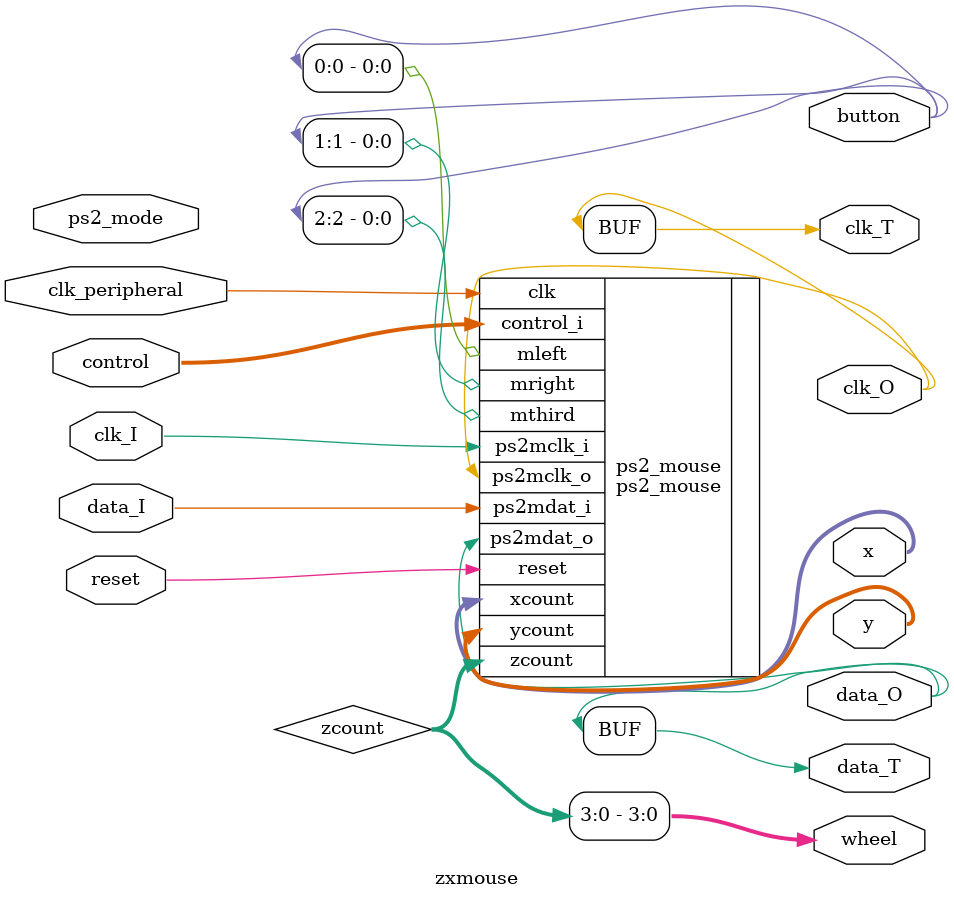
<source format=v>
`timescale 1ns / 1ps


module zxmouse (
    output      [7:0]   x,
    output      [7:0]   y,
    output      [2:0]   button,
    output      [3:0]   wheel,
    input               ps2_mode,
    input       [2:0]   control,
  
    input               clk_I,
    output              clk_O,
    output              clk_T,

    input               data_I,
    output              data_O,
    output              data_T,
  
    input               clk_peripheral,
    input               reset
);

    wire [7:0] zcount;
    
    assign  wheel = zcount[3:0];
    
    assign  data_T = data_O;
    assign  clk_T  = clk_O;

    ps2_mouse ps2_mouse 
    (
        .reset(reset),
        .clk(clk_peripheral),
        
        .ps2mdat_i(data_I),
        .ps2mclk_i(clk_I),
        
        .ps2mdat_o(data_O),
        .ps2mclk_o(clk_O),
        
        .control_i(control),
        
        .xcount(x),
        .ycount(y),
        .zcount(zcount),
        
        .mleft(button[0]),
        .mright(button[1]),
        .mthird(button[2])
    );
endmodule

//module zxmouse #(
//    parameter   CLK_DIV = 16
//)(
//    output reg  [7:0]   x,
//    output reg  [7:0]   y,
//    output reg  [2:0]   button,
//    output      [3:0]   wheel,
//    input               ps2_mode,
//    input       [2:0]   control,
    
//    input               btnu,
//    input               btnd,
//    input               btnl,
//    input               btnr,
//    input               btnc,
    
//    input               clk_peripheral,
//    input               reset
//);

//    reg [CLK_DIV:0]     clk_div;
    
//    always @(posedge clk_peripheral)
//    begin
//        button[0]   <= btnc;
//        clk_div     <= clk_div + 1;
//    end

//    always @(posedge clk_div[CLK_DIV])
//    if (reset)
//    begin
//        x           <=  8'h80;
//        y           <=  8'h80;
//    end else begin
//        x           <=  x - btnl + btnr;
//        y           <=  y - btnd + btnu;
//    end
    
//endmodule

</source>
